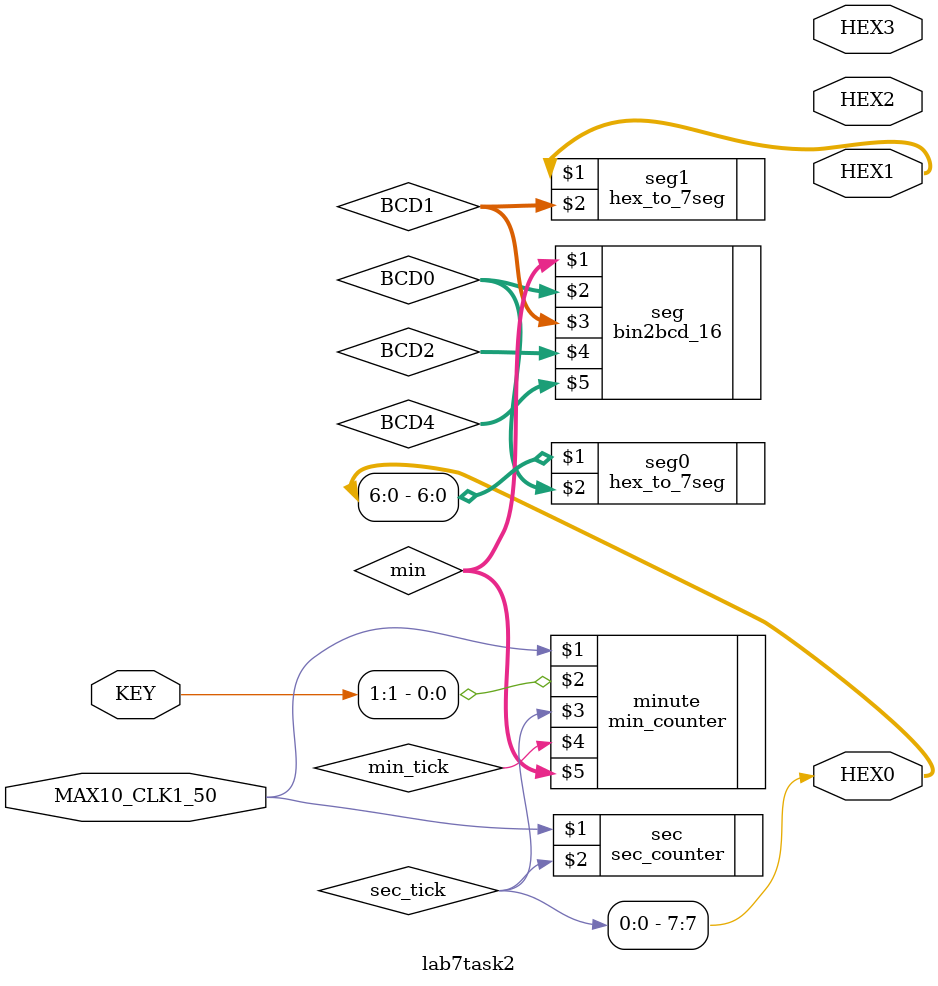
<source format=v>
module lab7task2(MAX10_CLK1_50,HEX0,HEX1,HEX2,HEX3,KEY);

input MAX10_CLK1_50;
input [1:0]KEY;
output [6:0] HEX1,HEX2,HEX3;
output [7:0] HEX0;

wire sec_tick;
wire min_tick;
wire [16:0] min;
wire [3:0] BCD0,BCD1,BCD2,BCD4; 

sec_counter sec(MAX10_CLK1_50,sec_tick);

assign HEX0[7]=sec_tick;

min_counter minute(MAX10_CLK1_50,KEY[1],sec_tick,min_tick,min);
bin2bcd_16 seg(min,BCD0,BCD1,BCD2,BCD4);
hex_to_7seg  seg0(HEX0[6:0],BCD0);
hex_to_7seg  seg1(HEX1[6:0],BCD1);

endmodule 
</source>
